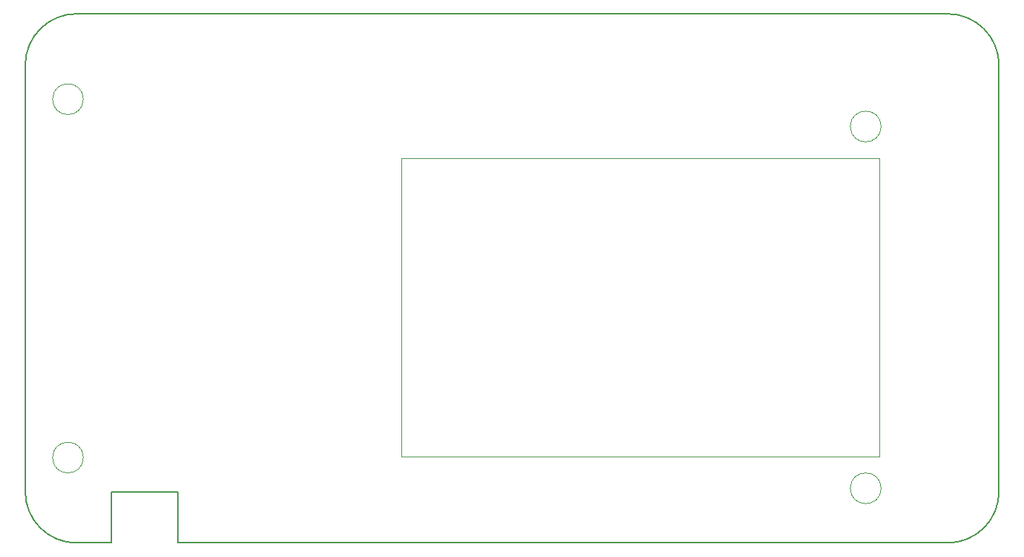
<source format=gm1>
G04 #@! TF.GenerationSoftware,KiCad,Pcbnew,(2017-02-02 revision 8dadc18)-makepkg*
G04 #@! TF.CreationDate,2017-03-26T00:07:33+03:00*
G04 #@! TF.ProjectId,Badge,42616467652E6B696361645F70636200,rev?*
G04 #@! TF.FileFunction,Profile,NP*
%FSLAX46Y46*%
G04 Gerber Fmt 4.6, Leading zero omitted, Abs format (unit mm)*
G04 Created by KiCad (PCBNEW (2017-02-02 revision 8dadc18)-makepkg) date 03/26/17 00:07:33*
%MOMM*%
%LPD*%
G01*
G04 APERTURE LIST*
%ADD10C,0.100000*%
%ADD11C,0.200000*%
G04 APERTURE END LIST*
D10*
D11*
X117900000Y-112000000D02*
X208000000Y-112000000D01*
X117900000Y-106000000D02*
X117900000Y-112000000D01*
X110100000Y-106000000D02*
X117900000Y-106000000D01*
X110100000Y-112000000D02*
X110100000Y-106000000D01*
X106000000Y-112000000D02*
X110100000Y-112000000D01*
D10*
X106800000Y-102000000D02*
G75*
G03X106800000Y-102000000I-1800000J0D01*
G01*
X106800000Y-60000000D02*
G75*
G03X106800000Y-60000000I-1800000J0D01*
G01*
X200200000Y-105600000D02*
G75*
G03X200200000Y-105600000I-1800000J0D01*
G01*
X200200000Y-63200000D02*
G75*
G03X200200000Y-63200000I-1800000J0D01*
G01*
D11*
X214000000Y-56000000D02*
X214000000Y-106000000D01*
X106000000Y-50000000D02*
X208000000Y-50000000D01*
X100000000Y-106000000D02*
X100000000Y-56000000D01*
X106000000Y-50000000D02*
G75*
G03X100000000Y-56000000I0J-6000000D01*
G01*
X100000000Y-106000000D02*
G75*
G03X106000000Y-112000000I6000000J0D01*
G01*
X208000000Y-112000000D02*
G75*
G03X214000000Y-106000000I0J6000000D01*
G01*
X214000000Y-56000000D02*
G75*
G03X208000000Y-50000000I-6000000J0D01*
G01*
D10*
X200000000Y-101900000D02*
X144000000Y-101900000D01*
X200000000Y-66900000D02*
X200000000Y-101900000D01*
X144000000Y-66900000D02*
X144000000Y-101900000D01*
X200000000Y-66900000D02*
X144000000Y-66900000D01*
M02*

</source>
